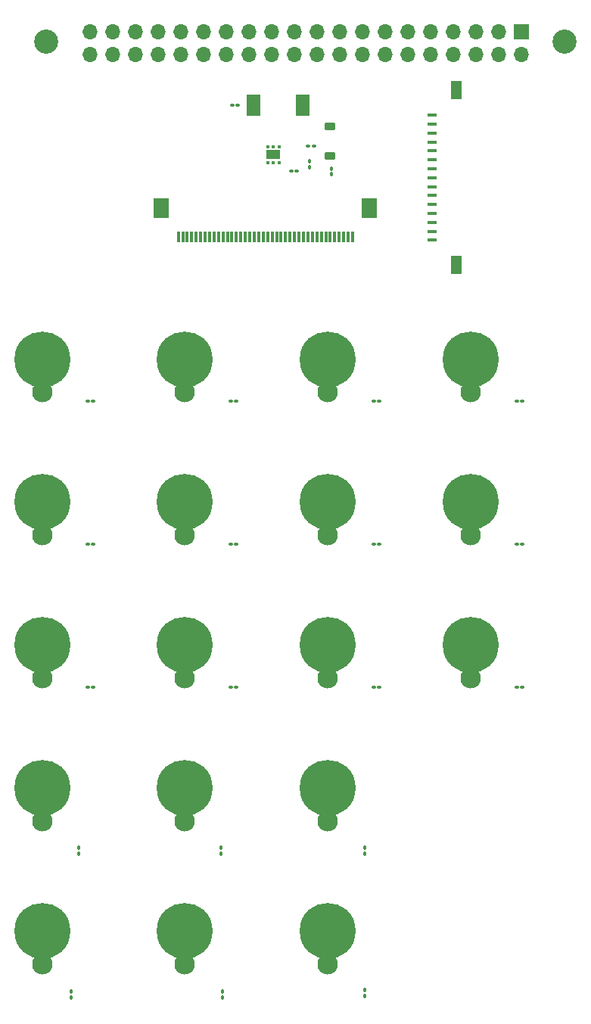
<source format=gts>
G04 #@! TF.GenerationSoftware,KiCad,Pcbnew,9.0.3*
G04 #@! TF.CreationDate,2025-08-28T23:08:17-05:00*
G04 #@! TF.ProjectId,PiPhoneV0,50695068-6f6e-4655-9630-2e6b69636164,rev?*
G04 #@! TF.SameCoordinates,Original*
G04 #@! TF.FileFunction,Soldermask,Top*
G04 #@! TF.FilePolarity,Negative*
%FSLAX46Y46*%
G04 Gerber Fmt 4.6, Leading zero omitted, Abs format (unit mm)*
G04 Created by KiCad (PCBNEW 9.0.3) date 2025-08-28 23:08:17*
%MOMM*%
%LPD*%
G01*
G04 APERTURE LIST*
G04 Aperture macros list*
%AMRoundRect*
0 Rectangle with rounded corners*
0 $1 Rounding radius*
0 $2 $3 $4 $5 $6 $7 $8 $9 X,Y pos of 4 corners*
0 Add a 4 corners polygon primitive as box body*
4,1,4,$2,$3,$4,$5,$6,$7,$8,$9,$2,$3,0*
0 Add four circle primitives for the rounded corners*
1,1,$1+$1,$2,$3*
1,1,$1+$1,$4,$5*
1,1,$1+$1,$6,$7*
1,1,$1+$1,$8,$9*
0 Add four rect primitives between the rounded corners*
20,1,$1+$1,$2,$3,$4,$5,0*
20,1,$1+$1,$4,$5,$6,$7,0*
20,1,$1+$1,$6,$7,$8,$9,0*
20,1,$1+$1,$8,$9,$2,$3,0*%
G04 Aperture macros list end*
%ADD10RoundRect,0.100000X0.130000X0.100000X-0.130000X0.100000X-0.130000X-0.100000X0.130000X-0.100000X0*%
%ADD11C,6.250000*%
%ADD12C,2.300000*%
%ADD13RoundRect,0.100000X-0.130000X-0.100000X0.130000X-0.100000X0.130000X0.100000X-0.130000X0.100000X0*%
%ADD14R,1.000000X0.400000*%
%ADD15R,1.300000X2.000000*%
%ADD16RoundRect,0.100000X0.100000X-0.130000X0.100000X0.130000X-0.100000X0.130000X-0.100000X-0.130000X0*%
%ADD17R,0.300000X1.300000*%
%ADD18R,1.800000X2.200000*%
%ADD19C,2.700000*%
%ADD20RoundRect,0.093750X0.106250X-0.093750X0.106250X0.093750X-0.106250X0.093750X-0.106250X-0.093750X0*%
%ADD21R,1.600000X1.000000*%
%ADD22RoundRect,0.225000X0.375000X-0.225000X0.375000X0.225000X-0.375000X0.225000X-0.375000X-0.225000X0*%
%ADD23R,1.500000X2.400000*%
%ADD24RoundRect,0.100000X-0.100000X0.130000X-0.100000X-0.130000X0.100000X-0.130000X0.100000X0.130000X0*%
%ADD25R,1.700000X1.700000*%
%ADD26O,1.700000X1.700000*%
G04 APERTURE END LIST*
D10*
X108754394Y-168720379D03*
X108114394Y-168720379D03*
D11*
X119000000Y-196000000D03*
D12*
X119000000Y-199700000D03*
D13*
X124280000Y-103600000D03*
X124920000Y-103600000D03*
D10*
X140754394Y-168720379D03*
X140114394Y-168720379D03*
D11*
X103000000Y-196000000D03*
D12*
X103000000Y-199700000D03*
D11*
X135000000Y-196000000D03*
D12*
X135000000Y-199700000D03*
D11*
X135000000Y-148000000D03*
D12*
X135000000Y-151700000D03*
D14*
X146680000Y-118700000D03*
X146680000Y-117700000D03*
X146680000Y-116700000D03*
X146680000Y-115700000D03*
X146680000Y-114700000D03*
X146680000Y-113700000D03*
X146680000Y-112700000D03*
X146680000Y-111700000D03*
X146680000Y-110700000D03*
X146680000Y-109700000D03*
X146680000Y-108700000D03*
X146680000Y-107700000D03*
X146680000Y-106700000D03*
X146680000Y-105700000D03*
X146680000Y-104700000D03*
D15*
X149380000Y-121500000D03*
X149380000Y-101900000D03*
D16*
X106255000Y-203420000D03*
X106255000Y-202780000D03*
D13*
X132780000Y-108200000D03*
X133420000Y-108200000D03*
D10*
X124754394Y-152720379D03*
X124114394Y-152720379D03*
D17*
X137750000Y-118350000D03*
X137250000Y-118350000D03*
X136750000Y-118350000D03*
X136250000Y-118350000D03*
X135750000Y-118350000D03*
X135250000Y-118350000D03*
X134750000Y-118350000D03*
X134250000Y-118350000D03*
X133750000Y-118350000D03*
X133250000Y-118350000D03*
X132750000Y-118350000D03*
X132250000Y-118350000D03*
X131750000Y-118350000D03*
X131250000Y-118350000D03*
X130750000Y-118350000D03*
X130250000Y-118350000D03*
X129750000Y-118350000D03*
X129250000Y-118350000D03*
X128750000Y-118350000D03*
X128250000Y-118350000D03*
X127750000Y-118350000D03*
X127250000Y-118350000D03*
X126750000Y-118350000D03*
X126250000Y-118350000D03*
X125750000Y-118350000D03*
X125250000Y-118350000D03*
X124750000Y-118350000D03*
X124250000Y-118350000D03*
X123750000Y-118350000D03*
X123250000Y-118350000D03*
X122750000Y-118350000D03*
X122250000Y-118350000D03*
X121750000Y-118350000D03*
X121250000Y-118350000D03*
X120750000Y-118350000D03*
X120250000Y-118350000D03*
X119750000Y-118350000D03*
X119250000Y-118350000D03*
X118750000Y-118350000D03*
X118250000Y-118350000D03*
D18*
X139650000Y-115100000D03*
X116350000Y-115100000D03*
D11*
X103000000Y-132000000D03*
D12*
X103000000Y-135700000D03*
D16*
X139100000Y-203220000D03*
X139100000Y-202580000D03*
D10*
X140754394Y-152720379D03*
X140114394Y-152720379D03*
X156754394Y-168720379D03*
X156114394Y-168720379D03*
X156754394Y-136720379D03*
X156114394Y-136720379D03*
D11*
X151000000Y-132000000D03*
D12*
X151000000Y-135700000D03*
D11*
X135000000Y-164000000D03*
D12*
X135000000Y-167700000D03*
D19*
X103500000Y-96500000D03*
D16*
X123055000Y-187300000D03*
X123055000Y-186660000D03*
D11*
X103000000Y-180000000D03*
D12*
X103000000Y-183700000D03*
D13*
X130880000Y-111000000D03*
X131520000Y-111000000D03*
D16*
X123155000Y-203420000D03*
X123155000Y-202780000D03*
D11*
X119000000Y-180000000D03*
D12*
X119000000Y-183700000D03*
D10*
X108754394Y-136720379D03*
X108114394Y-136720379D03*
D20*
X128250000Y-109987500D03*
X128900000Y-109987500D03*
X129550000Y-109987500D03*
X129550000Y-108212500D03*
X128900000Y-108212500D03*
X128250000Y-108212500D03*
D21*
X128900000Y-109100000D03*
D10*
X140754394Y-136720379D03*
X140114394Y-136720379D03*
D11*
X119000000Y-148000000D03*
D12*
X119000000Y-151700000D03*
D16*
X132900000Y-110500000D03*
X132900000Y-109860000D03*
D11*
X119000000Y-132000000D03*
D12*
X119000000Y-135700000D03*
D22*
X135200000Y-109250000D03*
X135200000Y-105950000D03*
D11*
X119000000Y-164000000D03*
D12*
X119000000Y-167700000D03*
D11*
X135000000Y-180000000D03*
D12*
X135000000Y-183700000D03*
D11*
X103000000Y-148000000D03*
D12*
X103000000Y-151700000D03*
D10*
X124754394Y-136720379D03*
X124114394Y-136720379D03*
X156754394Y-152720379D03*
X156114394Y-152720379D03*
D11*
X151000000Y-148000000D03*
D12*
X151000000Y-151700000D03*
D23*
X126650000Y-103600000D03*
X132150000Y-103600000D03*
D19*
X161500000Y-96500000D03*
D10*
X124754394Y-168720379D03*
X124114394Y-168720379D03*
D11*
X151000000Y-164000000D03*
D12*
X151000000Y-167700000D03*
D16*
X107100000Y-187300000D03*
X107100000Y-186660000D03*
X139100000Y-187300000D03*
X139100000Y-186660000D03*
D11*
X103000000Y-164000000D03*
D12*
X103000000Y-167700000D03*
D11*
X135000000Y-132000000D03*
D12*
X135000000Y-135700000D03*
D24*
X135400000Y-110700000D03*
X135400000Y-111340000D03*
D10*
X108754394Y-152720379D03*
X108114394Y-152720379D03*
D25*
X156614807Y-95366838D03*
D26*
X156614807Y-97906838D03*
X154074807Y-95366838D03*
X154074807Y-97906838D03*
X151534807Y-95366838D03*
X151534807Y-97906838D03*
X148994807Y-95366838D03*
X148994807Y-97906838D03*
X146454807Y-95366838D03*
X146454807Y-97906838D03*
X143914807Y-95366838D03*
X143914807Y-97906838D03*
X141374807Y-95366838D03*
X141374807Y-97906838D03*
X138834807Y-95366838D03*
X138834807Y-97906838D03*
X136294807Y-95366838D03*
X136294807Y-97906838D03*
X133754807Y-95366838D03*
X133754807Y-97906838D03*
X131214807Y-95366838D03*
X131214807Y-97906838D03*
X128674807Y-95366838D03*
X128674807Y-97906838D03*
X126134807Y-95366838D03*
X126134807Y-97906838D03*
X123594807Y-95366838D03*
X123594807Y-97906838D03*
X121054807Y-95366838D03*
X121054807Y-97906838D03*
X118514807Y-95366838D03*
X118514807Y-97906838D03*
X115974807Y-95366838D03*
X115974807Y-97906838D03*
X113434807Y-95366838D03*
X113434807Y-97906838D03*
X110894807Y-95366838D03*
X110894807Y-97906838D03*
X108354807Y-95366838D03*
X108354807Y-97906838D03*
M02*

</source>
